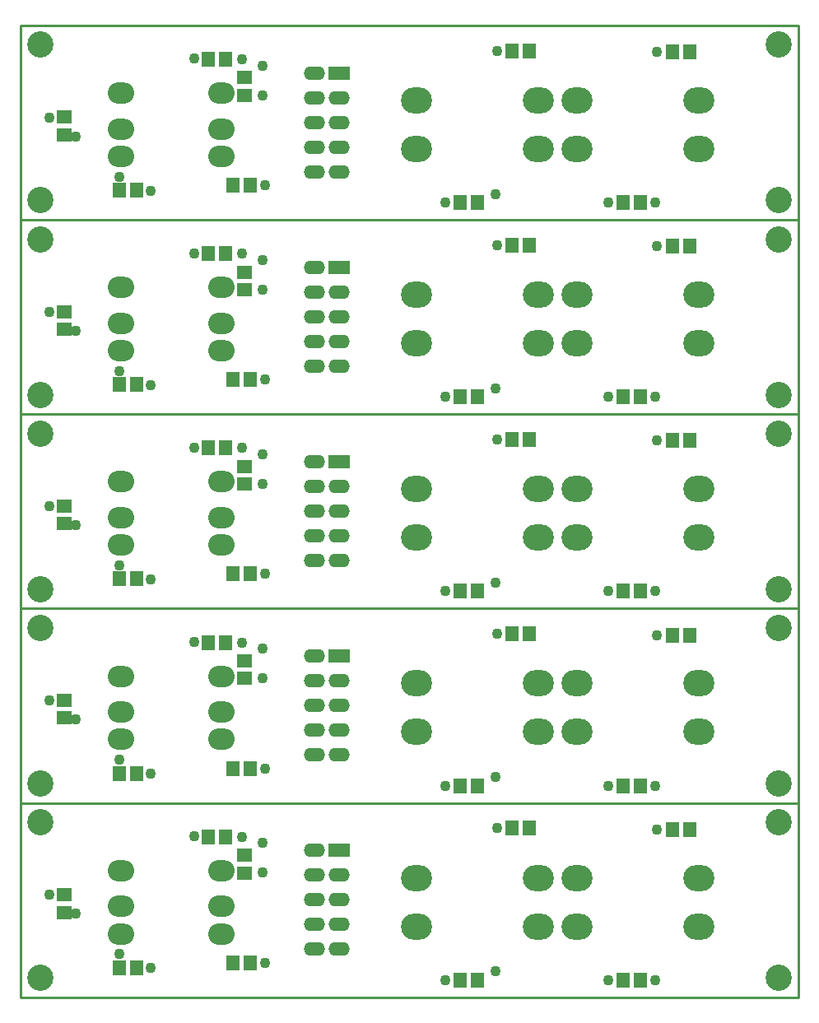
<source format=gbs>
G04 Layer_Color=16711935*
%FSLAX24Y24*%
%MOIN*%
G70*
G01*
G75*
%ADD10C,0.0100*%
%ADD26R,0.0867X0.0552*%
%ADD27O,0.0867X0.0552*%
%ADD28O,0.1261X0.1064*%
%ADD29O,0.1064X0.0867*%
%ADD30C,0.0434*%
%ADD31C,0.1064*%
%ADD32R,0.0552X0.0631*%
%ADD33R,0.0631X0.0552*%
D10*
X54146Y11500D02*
Y50870D01*
X22650D02*
X54146D01*
X22650Y11500D02*
Y50870D01*
Y19374D02*
X54146D01*
X22650Y11500D02*
X54146D01*
Y19374D01*
X22650Y11500D02*
Y19374D01*
Y27248D02*
X54146D01*
X22650Y19374D02*
X54146D01*
Y27248D01*
X22650Y19374D02*
Y27248D01*
Y35122D02*
X54146D01*
X22650Y27248D02*
X54146D01*
Y35122D01*
X22650Y27248D02*
Y35122D01*
Y42996D02*
X54146D01*
X22650Y35122D02*
X54146D01*
Y42996D01*
X22650Y35122D02*
Y42996D01*
Y50870D02*
X54146D01*
X22650Y42996D02*
X54146D01*
Y50870D01*
X22650Y42996D02*
Y50870D01*
D26*
X35550Y17450D02*
D03*
Y25324D02*
D03*
Y33198D02*
D03*
Y41072D02*
D03*
Y48946D02*
D03*
D27*
Y16450D02*
D03*
Y15450D02*
D03*
Y14450D02*
D03*
Y13450D02*
D03*
X34550Y17450D02*
D03*
Y16450D02*
D03*
Y15450D02*
D03*
Y14450D02*
D03*
Y13450D02*
D03*
X35550Y24324D02*
D03*
Y23324D02*
D03*
Y22324D02*
D03*
Y21324D02*
D03*
X34550Y25324D02*
D03*
Y24324D02*
D03*
Y23324D02*
D03*
Y22324D02*
D03*
Y21324D02*
D03*
X35550Y32198D02*
D03*
Y31198D02*
D03*
Y30198D02*
D03*
Y29198D02*
D03*
X34550Y33198D02*
D03*
Y32198D02*
D03*
Y31198D02*
D03*
Y30198D02*
D03*
Y29198D02*
D03*
X35550Y40072D02*
D03*
Y39072D02*
D03*
Y38072D02*
D03*
Y37072D02*
D03*
X34550Y41072D02*
D03*
Y40072D02*
D03*
Y39072D02*
D03*
Y38072D02*
D03*
Y37072D02*
D03*
X35550Y47946D02*
D03*
Y46946D02*
D03*
Y45946D02*
D03*
Y44946D02*
D03*
X34550Y48946D02*
D03*
Y47946D02*
D03*
Y46946D02*
D03*
Y45946D02*
D03*
Y44946D02*
D03*
D28*
X50111Y16343D02*
D03*
Y14374D02*
D03*
X45189D02*
D03*
Y16343D02*
D03*
X43615D02*
D03*
Y14374D02*
D03*
X38693D02*
D03*
Y16343D02*
D03*
X50111Y24217D02*
D03*
Y22248D02*
D03*
X45189D02*
D03*
Y24217D02*
D03*
X43615D02*
D03*
Y22248D02*
D03*
X38693D02*
D03*
Y24217D02*
D03*
X50111Y32091D02*
D03*
Y30122D02*
D03*
X45189D02*
D03*
Y32091D02*
D03*
X43615D02*
D03*
Y30122D02*
D03*
X38693D02*
D03*
Y32091D02*
D03*
X50111Y39965D02*
D03*
Y37996D02*
D03*
X45189D02*
D03*
Y39965D02*
D03*
X43615D02*
D03*
Y37996D02*
D03*
X38693D02*
D03*
Y39965D02*
D03*
X50111Y47839D02*
D03*
Y45870D02*
D03*
X45189D02*
D03*
Y47839D02*
D03*
X43615D02*
D03*
Y45870D02*
D03*
X38693D02*
D03*
Y47839D02*
D03*
D29*
X30760Y16638D02*
D03*
Y15181D02*
D03*
Y14079D02*
D03*
X26705D02*
D03*
Y15181D02*
D03*
Y16638D02*
D03*
X30760Y24512D02*
D03*
Y23055D02*
D03*
Y21953D02*
D03*
X26705D02*
D03*
Y23055D02*
D03*
Y24512D02*
D03*
X30760Y32386D02*
D03*
Y30929D02*
D03*
Y29827D02*
D03*
X26705D02*
D03*
Y30929D02*
D03*
Y32386D02*
D03*
X30760Y40260D02*
D03*
Y38803D02*
D03*
Y37701D02*
D03*
X26705D02*
D03*
Y38803D02*
D03*
Y40260D02*
D03*
X30760Y48134D02*
D03*
Y46677D02*
D03*
Y45575D02*
D03*
X26705D02*
D03*
Y46677D02*
D03*
Y48134D02*
D03*
D30*
X24865Y14881D02*
D03*
X29681Y18019D02*
D03*
X27919Y12681D02*
D03*
X32450Y17750D02*
D03*
X48350Y12200D02*
D03*
X41887Y12550D02*
D03*
X39850Y12200D02*
D03*
X46450D02*
D03*
X48400Y18300D02*
D03*
X41950Y18350D02*
D03*
X32550Y12900D02*
D03*
X26650Y13250D02*
D03*
X23800Y15650D02*
D03*
X31600Y18000D02*
D03*
X32450Y16550D02*
D03*
X24865Y22755D02*
D03*
X29681Y25893D02*
D03*
X27919Y20555D02*
D03*
X32450Y25624D02*
D03*
X48350Y20074D02*
D03*
X41887Y20424D02*
D03*
X39850Y20074D02*
D03*
X46450D02*
D03*
X48400Y26174D02*
D03*
X41950Y26224D02*
D03*
X32550Y20774D02*
D03*
X26650Y21124D02*
D03*
X23800Y23524D02*
D03*
X31600Y25874D02*
D03*
X32450Y24424D02*
D03*
X24865Y30629D02*
D03*
X29681Y33767D02*
D03*
X27919Y28429D02*
D03*
X32450Y33498D02*
D03*
X48350Y27948D02*
D03*
X41887Y28298D02*
D03*
X39850Y27948D02*
D03*
X46450D02*
D03*
X48400Y34048D02*
D03*
X41950Y34098D02*
D03*
X32550Y28648D02*
D03*
X26650Y28998D02*
D03*
X23800Y31398D02*
D03*
X31600Y33748D02*
D03*
X32450Y32298D02*
D03*
X24865Y38503D02*
D03*
X29681Y41641D02*
D03*
X27919Y36303D02*
D03*
X32450Y41372D02*
D03*
X48350Y35822D02*
D03*
X41887Y36172D02*
D03*
X39850Y35822D02*
D03*
X46450D02*
D03*
X48400Y41922D02*
D03*
X41950Y41972D02*
D03*
X32550Y36522D02*
D03*
X26650Y36872D02*
D03*
X23800Y39272D02*
D03*
X31600Y41622D02*
D03*
X32450Y40172D02*
D03*
X24865Y46377D02*
D03*
X29681Y49515D02*
D03*
X27919Y44177D02*
D03*
X32450Y49246D02*
D03*
X48350Y43696D02*
D03*
X41887Y44046D02*
D03*
X39850Y43696D02*
D03*
X46450D02*
D03*
X48400Y49796D02*
D03*
X41950Y49846D02*
D03*
X32550Y44396D02*
D03*
X26650Y44746D02*
D03*
X23800Y47146D02*
D03*
X31600Y49496D02*
D03*
X32450Y48046D02*
D03*
D31*
X23437Y12287D02*
D03*
Y18587D02*
D03*
X53359Y12287D02*
D03*
Y18587D02*
D03*
X23437Y20161D02*
D03*
Y26461D02*
D03*
X53359Y20161D02*
D03*
Y26461D02*
D03*
X23437Y28035D02*
D03*
Y34335D02*
D03*
X53359Y28035D02*
D03*
Y34335D02*
D03*
X23437Y35909D02*
D03*
Y42209D02*
D03*
X53359Y35909D02*
D03*
Y42209D02*
D03*
X23437Y43783D02*
D03*
Y50083D02*
D03*
X53359Y43783D02*
D03*
Y50083D02*
D03*
D32*
X42546Y18350D02*
D03*
X43254D02*
D03*
X49046Y18300D02*
D03*
X49754D02*
D03*
X31954Y12900D02*
D03*
X31246D02*
D03*
X47754Y12200D02*
D03*
X47046D02*
D03*
X41154D02*
D03*
X40446D02*
D03*
X27354Y12700D02*
D03*
X26646D02*
D03*
X30246Y18000D02*
D03*
X30954D02*
D03*
X42546Y26224D02*
D03*
X43254D02*
D03*
X49046Y26174D02*
D03*
X49754D02*
D03*
X31954Y20774D02*
D03*
X31246D02*
D03*
X47754Y20074D02*
D03*
X47046D02*
D03*
X41154D02*
D03*
X40446D02*
D03*
X27354Y20574D02*
D03*
X26646D02*
D03*
X30246Y25874D02*
D03*
X30954D02*
D03*
X42546Y34098D02*
D03*
X43254D02*
D03*
X49046Y34048D02*
D03*
X49754D02*
D03*
X31954Y28648D02*
D03*
X31246D02*
D03*
X47754Y27948D02*
D03*
X47046D02*
D03*
X41154D02*
D03*
X40446D02*
D03*
X27354Y28448D02*
D03*
X26646D02*
D03*
X30246Y33748D02*
D03*
X30954D02*
D03*
X42546Y41972D02*
D03*
X43254D02*
D03*
X49046Y41922D02*
D03*
X49754D02*
D03*
X31954Y36522D02*
D03*
X31246D02*
D03*
X47754Y35822D02*
D03*
X47046D02*
D03*
X41154D02*
D03*
X40446D02*
D03*
X27354Y36322D02*
D03*
X26646D02*
D03*
X30246Y41622D02*
D03*
X30954D02*
D03*
X42546Y49846D02*
D03*
X43254D02*
D03*
X49046Y49796D02*
D03*
X49754D02*
D03*
X31954Y44396D02*
D03*
X31246D02*
D03*
X47754Y43696D02*
D03*
X47046D02*
D03*
X41154D02*
D03*
X40446D02*
D03*
X27354Y44196D02*
D03*
X26646D02*
D03*
X30246Y49496D02*
D03*
X30954D02*
D03*
D33*
X31700Y16546D02*
D03*
Y17254D02*
D03*
X24400Y14946D02*
D03*
Y15654D02*
D03*
X31700Y24420D02*
D03*
Y25128D02*
D03*
X24400Y22820D02*
D03*
Y23528D02*
D03*
X31700Y32294D02*
D03*
Y33002D02*
D03*
X24400Y30694D02*
D03*
Y31402D02*
D03*
X31700Y40168D02*
D03*
Y40876D02*
D03*
X24400Y38568D02*
D03*
Y39276D02*
D03*
X31700Y48042D02*
D03*
Y48750D02*
D03*
X24400Y46442D02*
D03*
Y47150D02*
D03*
M02*

</source>
